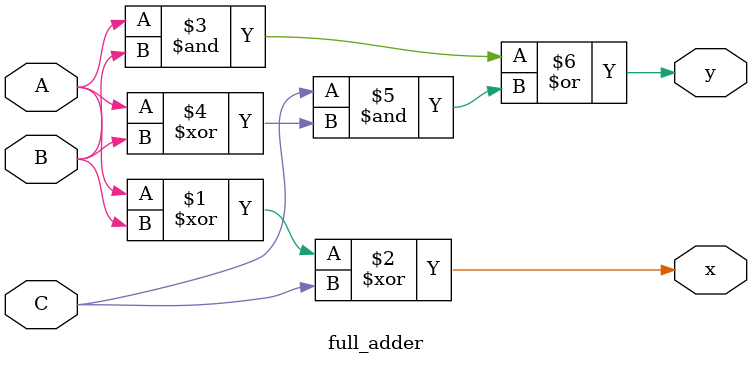
<source format=v>
module full_adder(x,y,A,B,C);
  input A,B,C;
  output x,y;
  assign x=(A^B)^C;
  assign y=(A&B)|C&(A^B);
endmodule

</source>
